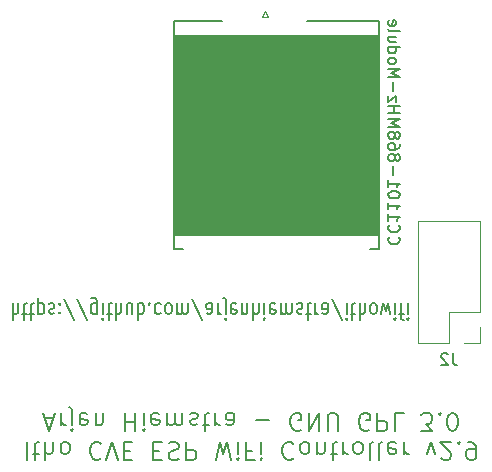
<source format=gbo>
G04 #@! TF.GenerationSoftware,KiCad,Pcbnew,(5.1.9-0-10_14)*
G04 #@! TF.CreationDate,2021-10-19T11:17:07+02:00*
G04 #@! TF.ProjectId,ithowifi_4l,6974686f-7769-4666-995f-346c2e6b6963,rev?*
G04 #@! TF.SameCoordinates,Original*
G04 #@! TF.FileFunction,Legend,Bot*
G04 #@! TF.FilePolarity,Positive*
%FSLAX46Y46*%
G04 Gerber Fmt 4.6, Leading zero omitted, Abs format (unit mm)*
G04 Created by KiCad (PCBNEW (5.1.9-0-10_14)) date 2021-10-19 11:17:07*
%MOMM*%
%LPD*%
G01*
G04 APERTURE LIST*
%ADD10C,0.100000*%
%ADD11C,0.200000*%
%ADD12C,0.150000*%
%ADD13C,0.120000*%
G04 APERTURE END LIST*
D10*
G36*
X114808000Y-129997200D02*
G01*
X97561400Y-129997200D01*
X97536000Y-113030000D01*
X114808000Y-113030000D01*
X114808000Y-129997200D01*
G37*
X114808000Y-129997200D02*
X97561400Y-129997200D01*
X97536000Y-113030000D01*
X114808000Y-113030000D01*
X114808000Y-129997200D01*
D11*
X83859000Y-135764666D02*
X83859000Y-137164666D01*
X84309000Y-135764666D02*
X84309000Y-136498000D01*
X84259000Y-136631333D01*
X84159000Y-136698000D01*
X84009000Y-136698000D01*
X83909000Y-136631333D01*
X83859000Y-136564666D01*
X84659000Y-136698000D02*
X85059000Y-136698000D01*
X84809000Y-137164666D02*
X84809000Y-135964666D01*
X84859000Y-135831333D01*
X84959000Y-135764666D01*
X85059000Y-135764666D01*
X85259000Y-136698000D02*
X85659000Y-136698000D01*
X85409000Y-137164666D02*
X85409000Y-135964666D01*
X85459000Y-135831333D01*
X85559000Y-135764666D01*
X85659000Y-135764666D01*
X86009000Y-136698000D02*
X86009000Y-135298000D01*
X86009000Y-136631333D02*
X86109000Y-136698000D01*
X86309000Y-136698000D01*
X86409000Y-136631333D01*
X86459000Y-136564666D01*
X86509000Y-136431333D01*
X86509000Y-136031333D01*
X86459000Y-135898000D01*
X86409000Y-135831333D01*
X86309000Y-135764666D01*
X86109000Y-135764666D01*
X86009000Y-135831333D01*
X86909000Y-135831333D02*
X87009000Y-135764666D01*
X87209000Y-135764666D01*
X87309000Y-135831333D01*
X87359000Y-135964666D01*
X87359000Y-136031333D01*
X87309000Y-136164666D01*
X87209000Y-136231333D01*
X87059000Y-136231333D01*
X86959000Y-136298000D01*
X86909000Y-136431333D01*
X86909000Y-136498000D01*
X86959000Y-136631333D01*
X87059000Y-136698000D01*
X87209000Y-136698000D01*
X87309000Y-136631333D01*
X87809000Y-135898000D02*
X87859000Y-135831333D01*
X87809000Y-135764666D01*
X87759000Y-135831333D01*
X87809000Y-135898000D01*
X87809000Y-135764666D01*
X87809000Y-136631333D02*
X87859000Y-136564666D01*
X87809000Y-136498000D01*
X87759000Y-136564666D01*
X87809000Y-136631333D01*
X87809000Y-136498000D01*
X89059000Y-137231333D02*
X88159000Y-135431333D01*
X90159000Y-137231333D02*
X89259000Y-135431333D01*
X90959000Y-136698000D02*
X90959000Y-135564666D01*
X90909000Y-135431333D01*
X90859000Y-135364666D01*
X90759000Y-135298000D01*
X90609000Y-135298000D01*
X90509000Y-135364666D01*
X90959000Y-135831333D02*
X90859000Y-135764666D01*
X90659000Y-135764666D01*
X90559000Y-135831333D01*
X90509000Y-135898000D01*
X90459000Y-136031333D01*
X90459000Y-136431333D01*
X90509000Y-136564666D01*
X90559000Y-136631333D01*
X90659000Y-136698000D01*
X90859000Y-136698000D01*
X90959000Y-136631333D01*
X91459000Y-135764666D02*
X91459000Y-136698000D01*
X91459000Y-137164666D02*
X91409000Y-137098000D01*
X91459000Y-137031333D01*
X91509000Y-137098000D01*
X91459000Y-137164666D01*
X91459000Y-137031333D01*
X91809000Y-136698000D02*
X92209000Y-136698000D01*
X91959000Y-137164666D02*
X91959000Y-135964666D01*
X92009000Y-135831333D01*
X92109000Y-135764666D01*
X92209000Y-135764666D01*
X92559000Y-135764666D02*
X92559000Y-137164666D01*
X93009000Y-135764666D02*
X93009000Y-136498000D01*
X92959000Y-136631333D01*
X92859000Y-136698000D01*
X92709000Y-136698000D01*
X92609000Y-136631333D01*
X92559000Y-136564666D01*
X93959000Y-136698000D02*
X93959000Y-135764666D01*
X93509000Y-136698000D02*
X93509000Y-135964666D01*
X93559000Y-135831333D01*
X93659000Y-135764666D01*
X93809000Y-135764666D01*
X93909000Y-135831333D01*
X93959000Y-135898000D01*
X94459000Y-135764666D02*
X94459000Y-137164666D01*
X94459000Y-136631333D02*
X94559000Y-136698000D01*
X94759000Y-136698000D01*
X94859000Y-136631333D01*
X94909000Y-136564666D01*
X94959000Y-136431333D01*
X94959000Y-136031333D01*
X94909000Y-135898000D01*
X94859000Y-135831333D01*
X94759000Y-135764666D01*
X94559000Y-135764666D01*
X94459000Y-135831333D01*
X95409000Y-135898000D02*
X95459000Y-135831333D01*
X95409000Y-135764666D01*
X95359000Y-135831333D01*
X95409000Y-135898000D01*
X95409000Y-135764666D01*
X96359000Y-135831333D02*
X96259000Y-135764666D01*
X96059000Y-135764666D01*
X95959000Y-135831333D01*
X95909000Y-135898000D01*
X95859000Y-136031333D01*
X95859000Y-136431333D01*
X95909000Y-136564666D01*
X95959000Y-136631333D01*
X96059000Y-136698000D01*
X96259000Y-136698000D01*
X96359000Y-136631333D01*
X96959000Y-135764666D02*
X96859000Y-135831333D01*
X96809000Y-135898000D01*
X96759000Y-136031333D01*
X96759000Y-136431333D01*
X96809000Y-136564666D01*
X96859000Y-136631333D01*
X96959000Y-136698000D01*
X97109000Y-136698000D01*
X97209000Y-136631333D01*
X97259000Y-136564666D01*
X97309000Y-136431333D01*
X97309000Y-136031333D01*
X97259000Y-135898000D01*
X97209000Y-135831333D01*
X97109000Y-135764666D01*
X96959000Y-135764666D01*
X97759000Y-135764666D02*
X97759000Y-136698000D01*
X97759000Y-136564666D02*
X97809000Y-136631333D01*
X97909000Y-136698000D01*
X98059000Y-136698000D01*
X98159000Y-136631333D01*
X98209000Y-136498000D01*
X98209000Y-135764666D01*
X98209000Y-136498000D02*
X98259000Y-136631333D01*
X98359000Y-136698000D01*
X98509000Y-136698000D01*
X98609000Y-136631333D01*
X98659000Y-136498000D01*
X98659000Y-135764666D01*
X99909000Y-137231333D02*
X99009000Y-135431333D01*
X100709000Y-135764666D02*
X100709000Y-136498000D01*
X100659000Y-136631333D01*
X100559000Y-136698000D01*
X100359000Y-136698000D01*
X100259000Y-136631333D01*
X100709000Y-135831333D02*
X100609000Y-135764666D01*
X100359000Y-135764666D01*
X100259000Y-135831333D01*
X100209000Y-135964666D01*
X100209000Y-136098000D01*
X100259000Y-136231333D01*
X100359000Y-136298000D01*
X100609000Y-136298000D01*
X100709000Y-136364666D01*
X101209000Y-135764666D02*
X101209000Y-136698000D01*
X101209000Y-136431333D02*
X101259000Y-136564666D01*
X101309000Y-136631333D01*
X101409000Y-136698000D01*
X101509000Y-136698000D01*
X101859000Y-136698000D02*
X101859000Y-135498000D01*
X101809000Y-135364666D01*
X101709000Y-135298000D01*
X101659000Y-135298000D01*
X101859000Y-137164666D02*
X101809000Y-137098000D01*
X101859000Y-137031333D01*
X101909000Y-137098000D01*
X101859000Y-137164666D01*
X101859000Y-137031333D01*
X102759000Y-135831333D02*
X102659000Y-135764666D01*
X102459000Y-135764666D01*
X102359000Y-135831333D01*
X102309000Y-135964666D01*
X102309000Y-136498000D01*
X102359000Y-136631333D01*
X102459000Y-136698000D01*
X102659000Y-136698000D01*
X102759000Y-136631333D01*
X102809000Y-136498000D01*
X102809000Y-136364666D01*
X102309000Y-136231333D01*
X103259000Y-136698000D02*
X103259000Y-135764666D01*
X103259000Y-136564666D02*
X103309000Y-136631333D01*
X103409000Y-136698000D01*
X103559000Y-136698000D01*
X103659000Y-136631333D01*
X103709000Y-136498000D01*
X103709000Y-135764666D01*
X104209000Y-135764666D02*
X104209000Y-137164666D01*
X104659000Y-135764666D02*
X104659000Y-136498000D01*
X104609000Y-136631333D01*
X104509000Y-136698000D01*
X104359000Y-136698000D01*
X104259000Y-136631333D01*
X104209000Y-136564666D01*
X105159000Y-135764666D02*
X105159000Y-136698000D01*
X105159000Y-137164666D02*
X105109000Y-137098000D01*
X105159000Y-137031333D01*
X105209000Y-137098000D01*
X105159000Y-137164666D01*
X105159000Y-137031333D01*
X106059000Y-135831333D02*
X105959000Y-135764666D01*
X105759000Y-135764666D01*
X105659000Y-135831333D01*
X105609000Y-135964666D01*
X105609000Y-136498000D01*
X105659000Y-136631333D01*
X105759000Y-136698000D01*
X105959000Y-136698000D01*
X106059000Y-136631333D01*
X106109000Y-136498000D01*
X106109000Y-136364666D01*
X105609000Y-136231333D01*
X106559000Y-135764666D02*
X106559000Y-136698000D01*
X106559000Y-136564666D02*
X106609000Y-136631333D01*
X106709000Y-136698000D01*
X106859000Y-136698000D01*
X106959000Y-136631333D01*
X107009000Y-136498000D01*
X107009000Y-135764666D01*
X107009000Y-136498000D02*
X107059000Y-136631333D01*
X107159000Y-136698000D01*
X107309000Y-136698000D01*
X107409000Y-136631333D01*
X107459000Y-136498000D01*
X107459000Y-135764666D01*
X107909000Y-135831333D02*
X108009000Y-135764666D01*
X108209000Y-135764666D01*
X108309000Y-135831333D01*
X108359000Y-135964666D01*
X108359000Y-136031333D01*
X108309000Y-136164666D01*
X108209000Y-136231333D01*
X108059000Y-136231333D01*
X107959000Y-136298000D01*
X107909000Y-136431333D01*
X107909000Y-136498000D01*
X107959000Y-136631333D01*
X108059000Y-136698000D01*
X108209000Y-136698000D01*
X108309000Y-136631333D01*
X108659000Y-136698000D02*
X109059000Y-136698000D01*
X108809000Y-137164666D02*
X108809000Y-135964666D01*
X108859000Y-135831333D01*
X108959000Y-135764666D01*
X109059000Y-135764666D01*
X109409000Y-135764666D02*
X109409000Y-136698000D01*
X109409000Y-136431333D02*
X109459000Y-136564666D01*
X109509000Y-136631333D01*
X109609000Y-136698000D01*
X109709000Y-136698000D01*
X110509000Y-135764666D02*
X110509000Y-136498000D01*
X110459000Y-136631333D01*
X110359000Y-136698000D01*
X110159000Y-136698000D01*
X110059000Y-136631333D01*
X110509000Y-135831333D02*
X110409000Y-135764666D01*
X110159000Y-135764666D01*
X110059000Y-135831333D01*
X110009000Y-135964666D01*
X110009000Y-136098000D01*
X110059000Y-136231333D01*
X110159000Y-136298000D01*
X110409000Y-136298000D01*
X110509000Y-136364666D01*
X111759000Y-137231333D02*
X110859000Y-135431333D01*
X112109000Y-135764666D02*
X112109000Y-136698000D01*
X112109000Y-137164666D02*
X112059000Y-137098000D01*
X112109000Y-137031333D01*
X112159000Y-137098000D01*
X112109000Y-137164666D01*
X112109000Y-137031333D01*
X112459000Y-136698000D02*
X112859000Y-136698000D01*
X112609000Y-137164666D02*
X112609000Y-135964666D01*
X112659000Y-135831333D01*
X112759000Y-135764666D01*
X112859000Y-135764666D01*
X113209000Y-135764666D02*
X113209000Y-137164666D01*
X113659000Y-135764666D02*
X113659000Y-136498000D01*
X113609000Y-136631333D01*
X113509000Y-136698000D01*
X113359000Y-136698000D01*
X113259000Y-136631333D01*
X113209000Y-136564666D01*
X114309000Y-135764666D02*
X114209000Y-135831333D01*
X114159000Y-135898000D01*
X114109000Y-136031333D01*
X114109000Y-136431333D01*
X114159000Y-136564666D01*
X114209000Y-136631333D01*
X114309000Y-136698000D01*
X114459000Y-136698000D01*
X114559000Y-136631333D01*
X114609000Y-136564666D01*
X114659000Y-136431333D01*
X114659000Y-136031333D01*
X114609000Y-135898000D01*
X114559000Y-135831333D01*
X114459000Y-135764666D01*
X114309000Y-135764666D01*
X115009000Y-136698000D02*
X115209000Y-135764666D01*
X115409000Y-136431333D01*
X115609000Y-135764666D01*
X115809000Y-136698000D01*
X116209000Y-135764666D02*
X116209000Y-136698000D01*
X116209000Y-137164666D02*
X116159000Y-137098000D01*
X116209000Y-137031333D01*
X116259000Y-137098000D01*
X116209000Y-137164666D01*
X116209000Y-137031333D01*
X116559000Y-136698000D02*
X116959000Y-136698000D01*
X116709000Y-135764666D02*
X116709000Y-136964666D01*
X116759000Y-137098000D01*
X116859000Y-137164666D01*
X116959000Y-137164666D01*
X117309000Y-135764666D02*
X117309000Y-136698000D01*
X117309000Y-137164666D02*
X117259000Y-137098000D01*
X117309000Y-137031333D01*
X117359000Y-137098000D01*
X117309000Y-137164666D01*
X117309000Y-137031333D01*
X85038400Y-147510828D02*
X85038400Y-149010828D01*
X85538400Y-148510828D02*
X86109828Y-148510828D01*
X85752685Y-149010828D02*
X85752685Y-147725114D01*
X85824114Y-147582257D01*
X85966971Y-147510828D01*
X86109828Y-147510828D01*
X86609828Y-147510828D02*
X86609828Y-149010828D01*
X87252685Y-147510828D02*
X87252685Y-148296542D01*
X87181257Y-148439400D01*
X87038400Y-148510828D01*
X86824114Y-148510828D01*
X86681257Y-148439400D01*
X86609828Y-148367971D01*
X88181257Y-147510828D02*
X88038400Y-147582257D01*
X87966971Y-147653685D01*
X87895542Y-147796542D01*
X87895542Y-148225114D01*
X87966971Y-148367971D01*
X88038400Y-148439400D01*
X88181257Y-148510828D01*
X88395542Y-148510828D01*
X88538400Y-148439400D01*
X88609828Y-148367971D01*
X88681257Y-148225114D01*
X88681257Y-147796542D01*
X88609828Y-147653685D01*
X88538400Y-147582257D01*
X88395542Y-147510828D01*
X88181257Y-147510828D01*
X91324114Y-147653685D02*
X91252685Y-147582257D01*
X91038400Y-147510828D01*
X90895542Y-147510828D01*
X90681257Y-147582257D01*
X90538400Y-147725114D01*
X90466971Y-147867971D01*
X90395542Y-148153685D01*
X90395542Y-148367971D01*
X90466971Y-148653685D01*
X90538400Y-148796542D01*
X90681257Y-148939400D01*
X90895542Y-149010828D01*
X91038400Y-149010828D01*
X91252685Y-148939400D01*
X91324114Y-148867971D01*
X91752685Y-149010828D02*
X92252685Y-147510828D01*
X92752685Y-149010828D01*
X93252685Y-148296542D02*
X93752685Y-148296542D01*
X93966971Y-147510828D02*
X93252685Y-147510828D01*
X93252685Y-149010828D01*
X93966971Y-149010828D01*
X95752685Y-148296542D02*
X96252685Y-148296542D01*
X96466971Y-147510828D02*
X95752685Y-147510828D01*
X95752685Y-149010828D01*
X96466971Y-149010828D01*
X97038400Y-147582257D02*
X97252685Y-147510828D01*
X97609828Y-147510828D01*
X97752685Y-147582257D01*
X97824114Y-147653685D01*
X97895542Y-147796542D01*
X97895542Y-147939400D01*
X97824114Y-148082257D01*
X97752685Y-148153685D01*
X97609828Y-148225114D01*
X97324114Y-148296542D01*
X97181257Y-148367971D01*
X97109828Y-148439400D01*
X97038400Y-148582257D01*
X97038400Y-148725114D01*
X97109828Y-148867971D01*
X97181257Y-148939400D01*
X97324114Y-149010828D01*
X97681257Y-149010828D01*
X97895542Y-148939400D01*
X98538400Y-147510828D02*
X98538400Y-149010828D01*
X99109828Y-149010828D01*
X99252685Y-148939400D01*
X99324114Y-148867971D01*
X99395542Y-148725114D01*
X99395542Y-148510828D01*
X99324114Y-148367971D01*
X99252685Y-148296542D01*
X99109828Y-148225114D01*
X98538400Y-148225114D01*
X101038400Y-149010828D02*
X101395542Y-147510828D01*
X101681257Y-148582257D01*
X101966971Y-147510828D01*
X102324114Y-149010828D01*
X102895542Y-147510828D02*
X102895542Y-148510828D01*
X102895542Y-149010828D02*
X102824114Y-148939400D01*
X102895542Y-148867971D01*
X102966971Y-148939400D01*
X102895542Y-149010828D01*
X102895542Y-148867971D01*
X104109828Y-148296542D02*
X103609828Y-148296542D01*
X103609828Y-147510828D02*
X103609828Y-149010828D01*
X104324114Y-149010828D01*
X104895542Y-147510828D02*
X104895542Y-148510828D01*
X104895542Y-149010828D02*
X104824114Y-148939400D01*
X104895542Y-148867971D01*
X104966971Y-148939400D01*
X104895542Y-149010828D01*
X104895542Y-148867971D01*
X107609828Y-147653685D02*
X107538400Y-147582257D01*
X107324114Y-147510828D01*
X107181257Y-147510828D01*
X106966971Y-147582257D01*
X106824114Y-147725114D01*
X106752685Y-147867971D01*
X106681257Y-148153685D01*
X106681257Y-148367971D01*
X106752685Y-148653685D01*
X106824114Y-148796542D01*
X106966971Y-148939400D01*
X107181257Y-149010828D01*
X107324114Y-149010828D01*
X107538400Y-148939400D01*
X107609828Y-148867971D01*
X108466971Y-147510828D02*
X108324114Y-147582257D01*
X108252685Y-147653685D01*
X108181257Y-147796542D01*
X108181257Y-148225114D01*
X108252685Y-148367971D01*
X108324114Y-148439400D01*
X108466971Y-148510828D01*
X108681257Y-148510828D01*
X108824114Y-148439400D01*
X108895542Y-148367971D01*
X108966971Y-148225114D01*
X108966971Y-147796542D01*
X108895542Y-147653685D01*
X108824114Y-147582257D01*
X108681257Y-147510828D01*
X108466971Y-147510828D01*
X109609828Y-148510828D02*
X109609828Y-147510828D01*
X109609828Y-148367971D02*
X109681257Y-148439400D01*
X109824114Y-148510828D01*
X110038400Y-148510828D01*
X110181257Y-148439400D01*
X110252685Y-148296542D01*
X110252685Y-147510828D01*
X110752685Y-148510828D02*
X111324114Y-148510828D01*
X110966971Y-149010828D02*
X110966971Y-147725114D01*
X111038400Y-147582257D01*
X111181257Y-147510828D01*
X111324114Y-147510828D01*
X111824114Y-147510828D02*
X111824114Y-148510828D01*
X111824114Y-148225114D02*
X111895542Y-148367971D01*
X111966971Y-148439400D01*
X112109828Y-148510828D01*
X112252685Y-148510828D01*
X112966971Y-147510828D02*
X112824114Y-147582257D01*
X112752685Y-147653685D01*
X112681257Y-147796542D01*
X112681257Y-148225114D01*
X112752685Y-148367971D01*
X112824114Y-148439400D01*
X112966971Y-148510828D01*
X113181257Y-148510828D01*
X113324114Y-148439400D01*
X113395542Y-148367971D01*
X113466971Y-148225114D01*
X113466971Y-147796542D01*
X113395542Y-147653685D01*
X113324114Y-147582257D01*
X113181257Y-147510828D01*
X112966971Y-147510828D01*
X114324114Y-147510828D02*
X114181257Y-147582257D01*
X114109828Y-147725114D01*
X114109828Y-149010828D01*
X115109828Y-147510828D02*
X114966971Y-147582257D01*
X114895542Y-147725114D01*
X114895542Y-149010828D01*
X116252685Y-147582257D02*
X116109828Y-147510828D01*
X115824114Y-147510828D01*
X115681257Y-147582257D01*
X115609828Y-147725114D01*
X115609828Y-148296542D01*
X115681257Y-148439400D01*
X115824114Y-148510828D01*
X116109828Y-148510828D01*
X116252685Y-148439400D01*
X116324114Y-148296542D01*
X116324114Y-148153685D01*
X115609828Y-148010828D01*
X116966971Y-147510828D02*
X116966971Y-148510828D01*
X116966971Y-148225114D02*
X117038400Y-148367971D01*
X117109828Y-148439400D01*
X117252685Y-148510828D01*
X117395542Y-148510828D01*
X118895542Y-148510828D02*
X119252685Y-147510828D01*
X119609828Y-148510828D01*
X120109828Y-148867971D02*
X120181257Y-148939400D01*
X120324114Y-149010828D01*
X120681257Y-149010828D01*
X120824114Y-148939400D01*
X120895542Y-148867971D01*
X120966971Y-148725114D01*
X120966971Y-148582257D01*
X120895542Y-148367971D01*
X120038400Y-147510828D01*
X120966971Y-147510828D01*
X121609828Y-147653685D02*
X121681257Y-147582257D01*
X121609828Y-147510828D01*
X121538400Y-147582257D01*
X121609828Y-147653685D01*
X121609828Y-147510828D01*
X122395542Y-147510828D02*
X122681257Y-147510828D01*
X122824114Y-147582257D01*
X122895542Y-147653685D01*
X123038400Y-147867971D01*
X123109828Y-148153685D01*
X123109828Y-148725114D01*
X123038400Y-148867971D01*
X122966971Y-148939400D01*
X122824114Y-149010828D01*
X122538400Y-149010828D01*
X122395542Y-148939400D01*
X122324114Y-148867971D01*
X122252685Y-148725114D01*
X122252685Y-148367971D01*
X122324114Y-148225114D01*
X122395542Y-148153685D01*
X122538400Y-148082257D01*
X122824114Y-148082257D01*
X122966971Y-148153685D01*
X123038400Y-148225114D01*
X123109828Y-148367971D01*
X86574114Y-145489400D02*
X87288400Y-145489400D01*
X86431257Y-145060828D02*
X86931257Y-146560828D01*
X87431257Y-145060828D01*
X87931257Y-145060828D02*
X87931257Y-146060828D01*
X87931257Y-145775114D02*
X88002685Y-145917971D01*
X88074114Y-145989400D01*
X88216971Y-146060828D01*
X88359828Y-146060828D01*
X88859828Y-146060828D02*
X88859828Y-144775114D01*
X88788400Y-144632257D01*
X88645542Y-144560828D01*
X88574114Y-144560828D01*
X88859828Y-146560828D02*
X88788400Y-146489400D01*
X88859828Y-146417971D01*
X88931257Y-146489400D01*
X88859828Y-146560828D01*
X88859828Y-146417971D01*
X90145542Y-145132257D02*
X90002685Y-145060828D01*
X89716971Y-145060828D01*
X89574114Y-145132257D01*
X89502685Y-145275114D01*
X89502685Y-145846542D01*
X89574114Y-145989400D01*
X89716971Y-146060828D01*
X90002685Y-146060828D01*
X90145542Y-145989400D01*
X90216971Y-145846542D01*
X90216971Y-145703685D01*
X89502685Y-145560828D01*
X90859828Y-146060828D02*
X90859828Y-145060828D01*
X90859828Y-145917971D02*
X90931257Y-145989400D01*
X91074114Y-146060828D01*
X91288400Y-146060828D01*
X91431257Y-145989400D01*
X91502685Y-145846542D01*
X91502685Y-145060828D01*
X93359828Y-145060828D02*
X93359828Y-146560828D01*
X93359828Y-145846542D02*
X94216971Y-145846542D01*
X94216971Y-145060828D02*
X94216971Y-146560828D01*
X94931257Y-145060828D02*
X94931257Y-146060828D01*
X94931257Y-146560828D02*
X94859828Y-146489400D01*
X94931257Y-146417971D01*
X95002685Y-146489400D01*
X94931257Y-146560828D01*
X94931257Y-146417971D01*
X96216971Y-145132257D02*
X96074114Y-145060828D01*
X95788400Y-145060828D01*
X95645542Y-145132257D01*
X95574114Y-145275114D01*
X95574114Y-145846542D01*
X95645542Y-145989400D01*
X95788400Y-146060828D01*
X96074114Y-146060828D01*
X96216971Y-145989400D01*
X96288400Y-145846542D01*
X96288400Y-145703685D01*
X95574114Y-145560828D01*
X96931257Y-145060828D02*
X96931257Y-146060828D01*
X96931257Y-145917971D02*
X97002685Y-145989400D01*
X97145542Y-146060828D01*
X97359828Y-146060828D01*
X97502685Y-145989400D01*
X97574114Y-145846542D01*
X97574114Y-145060828D01*
X97574114Y-145846542D02*
X97645542Y-145989400D01*
X97788400Y-146060828D01*
X98002685Y-146060828D01*
X98145542Y-145989400D01*
X98216971Y-145846542D01*
X98216971Y-145060828D01*
X98859828Y-145132257D02*
X99002685Y-145060828D01*
X99288400Y-145060828D01*
X99431257Y-145132257D01*
X99502685Y-145275114D01*
X99502685Y-145346542D01*
X99431257Y-145489400D01*
X99288400Y-145560828D01*
X99074114Y-145560828D01*
X98931257Y-145632257D01*
X98859828Y-145775114D01*
X98859828Y-145846542D01*
X98931257Y-145989400D01*
X99074114Y-146060828D01*
X99288400Y-146060828D01*
X99431257Y-145989400D01*
X99931257Y-146060828D02*
X100502685Y-146060828D01*
X100145542Y-146560828D02*
X100145542Y-145275114D01*
X100216971Y-145132257D01*
X100359828Y-145060828D01*
X100502685Y-145060828D01*
X101002685Y-145060828D02*
X101002685Y-146060828D01*
X101002685Y-145775114D02*
X101074114Y-145917971D01*
X101145542Y-145989400D01*
X101288400Y-146060828D01*
X101431257Y-146060828D01*
X102574114Y-145060828D02*
X102574114Y-145846542D01*
X102502685Y-145989400D01*
X102359828Y-146060828D01*
X102074114Y-146060828D01*
X101931257Y-145989400D01*
X102574114Y-145132257D02*
X102431257Y-145060828D01*
X102074114Y-145060828D01*
X101931257Y-145132257D01*
X101859828Y-145275114D01*
X101859828Y-145417971D01*
X101931257Y-145560828D01*
X102074114Y-145632257D01*
X102431257Y-145632257D01*
X102574114Y-145703685D01*
X104431257Y-145632257D02*
X105574114Y-145632257D01*
X108216971Y-146489400D02*
X108074114Y-146560828D01*
X107859828Y-146560828D01*
X107645542Y-146489400D01*
X107502685Y-146346542D01*
X107431257Y-146203685D01*
X107359828Y-145917971D01*
X107359828Y-145703685D01*
X107431257Y-145417971D01*
X107502685Y-145275114D01*
X107645542Y-145132257D01*
X107859828Y-145060828D01*
X108002685Y-145060828D01*
X108216971Y-145132257D01*
X108288400Y-145203685D01*
X108288400Y-145703685D01*
X108002685Y-145703685D01*
X108931257Y-145060828D02*
X108931257Y-146560828D01*
X109788400Y-145060828D01*
X109788400Y-146560828D01*
X110502685Y-146560828D02*
X110502685Y-145346542D01*
X110574114Y-145203685D01*
X110645542Y-145132257D01*
X110788400Y-145060828D01*
X111074114Y-145060828D01*
X111216971Y-145132257D01*
X111288400Y-145203685D01*
X111359828Y-145346542D01*
X111359828Y-146560828D01*
X114002685Y-146489400D02*
X113859828Y-146560828D01*
X113645542Y-146560828D01*
X113431257Y-146489400D01*
X113288400Y-146346542D01*
X113216971Y-146203685D01*
X113145542Y-145917971D01*
X113145542Y-145703685D01*
X113216971Y-145417971D01*
X113288400Y-145275114D01*
X113431257Y-145132257D01*
X113645542Y-145060828D01*
X113788400Y-145060828D01*
X114002685Y-145132257D01*
X114074114Y-145203685D01*
X114074114Y-145703685D01*
X113788400Y-145703685D01*
X114716971Y-145060828D02*
X114716971Y-146560828D01*
X115288400Y-146560828D01*
X115431257Y-146489400D01*
X115502685Y-146417971D01*
X115574114Y-146275114D01*
X115574114Y-146060828D01*
X115502685Y-145917971D01*
X115431257Y-145846542D01*
X115288400Y-145775114D01*
X114716971Y-145775114D01*
X116931257Y-145060828D02*
X116216971Y-145060828D01*
X116216971Y-146560828D01*
X118431257Y-146560828D02*
X119359828Y-146560828D01*
X118859828Y-145989400D01*
X119074114Y-145989400D01*
X119216971Y-145917971D01*
X119288400Y-145846542D01*
X119359828Y-145703685D01*
X119359828Y-145346542D01*
X119288400Y-145203685D01*
X119216971Y-145132257D01*
X119074114Y-145060828D01*
X118645542Y-145060828D01*
X118502685Y-145132257D01*
X118431257Y-145203685D01*
X120002685Y-145203685D02*
X120074114Y-145132257D01*
X120002685Y-145060828D01*
X119931257Y-145132257D01*
X120002685Y-145203685D01*
X120002685Y-145060828D01*
X121002685Y-146560828D02*
X121145542Y-146560828D01*
X121288400Y-146489400D01*
X121359828Y-146417971D01*
X121431257Y-146275114D01*
X121502685Y-145989400D01*
X121502685Y-145632257D01*
X121431257Y-145346542D01*
X121359828Y-145203685D01*
X121288400Y-145132257D01*
X121145542Y-145060828D01*
X121002685Y-145060828D01*
X120859828Y-145132257D01*
X120788400Y-145203685D01*
X120716971Y-145346542D01*
X120645542Y-145632257D01*
X120645542Y-145989400D01*
X120716971Y-146275114D01*
X120788400Y-146417971D01*
X120859828Y-146489400D01*
X121002685Y-146560828D01*
D12*
X114072000Y-131189000D02*
X114822000Y-131189000D01*
X97522000Y-131189000D02*
X98272000Y-131189000D01*
X97522000Y-111889000D02*
X97522000Y-131189000D01*
X101547000Y-111889000D02*
X97522000Y-111889000D01*
X114822000Y-111889000D02*
X108797000Y-111889000D01*
X114822000Y-131189000D02*
X114822000Y-111889000D01*
D13*
X105181400Y-111058400D02*
X105431400Y-111558400D01*
X105431400Y-111558400D02*
X104931400Y-111558400D01*
X104931400Y-111558400D02*
X105181400Y-111058400D01*
X122047000Y-139125000D02*
X123377000Y-139125000D01*
X123377000Y-139125000D02*
X123377000Y-137795000D01*
X120777000Y-139125000D02*
X120777000Y-136525000D01*
X120777000Y-136525000D02*
X123377000Y-136525000D01*
X123377000Y-136525000D02*
X123377000Y-128845000D01*
X118177000Y-128845000D02*
X123377000Y-128845000D01*
X118177000Y-139125000D02*
X118177000Y-128845000D01*
X118177000Y-139125000D02*
X120777000Y-139125000D01*
D12*
X115720857Y-130165952D02*
X115673238Y-130213571D01*
X115625619Y-130356428D01*
X115625619Y-130451666D01*
X115673238Y-130594523D01*
X115768476Y-130689761D01*
X115863714Y-130737380D01*
X116054190Y-130785000D01*
X116197047Y-130785000D01*
X116387523Y-130737380D01*
X116482761Y-130689761D01*
X116578000Y-130594523D01*
X116625619Y-130451666D01*
X116625619Y-130356428D01*
X116578000Y-130213571D01*
X116530380Y-130165952D01*
X115720857Y-129165952D02*
X115673238Y-129213571D01*
X115625619Y-129356428D01*
X115625619Y-129451666D01*
X115673238Y-129594523D01*
X115768476Y-129689761D01*
X115863714Y-129737380D01*
X116054190Y-129785000D01*
X116197047Y-129785000D01*
X116387523Y-129737380D01*
X116482761Y-129689761D01*
X116578000Y-129594523D01*
X116625619Y-129451666D01*
X116625619Y-129356428D01*
X116578000Y-129213571D01*
X116530380Y-129165952D01*
X115625619Y-128213571D02*
X115625619Y-128785000D01*
X115625619Y-128499285D02*
X116625619Y-128499285D01*
X116482761Y-128594523D01*
X116387523Y-128689761D01*
X116339904Y-128785000D01*
X115625619Y-127261190D02*
X115625619Y-127832619D01*
X115625619Y-127546904D02*
X116625619Y-127546904D01*
X116482761Y-127642142D01*
X116387523Y-127737380D01*
X116339904Y-127832619D01*
X116625619Y-126642142D02*
X116625619Y-126546904D01*
X116578000Y-126451666D01*
X116530380Y-126404047D01*
X116435142Y-126356428D01*
X116244666Y-126308809D01*
X116006571Y-126308809D01*
X115816095Y-126356428D01*
X115720857Y-126404047D01*
X115673238Y-126451666D01*
X115625619Y-126546904D01*
X115625619Y-126642142D01*
X115673238Y-126737380D01*
X115720857Y-126785000D01*
X115816095Y-126832619D01*
X116006571Y-126880238D01*
X116244666Y-126880238D01*
X116435142Y-126832619D01*
X116530380Y-126785000D01*
X116578000Y-126737380D01*
X116625619Y-126642142D01*
X115625619Y-125356428D02*
X115625619Y-125927857D01*
X115625619Y-125642142D02*
X116625619Y-125642142D01*
X116482761Y-125737380D01*
X116387523Y-125832619D01*
X116339904Y-125927857D01*
X116006571Y-124927857D02*
X116006571Y-124165952D01*
X116197047Y-123546904D02*
X116244666Y-123642142D01*
X116292285Y-123689761D01*
X116387523Y-123737380D01*
X116435142Y-123737380D01*
X116530380Y-123689761D01*
X116578000Y-123642142D01*
X116625619Y-123546904D01*
X116625619Y-123356428D01*
X116578000Y-123261190D01*
X116530380Y-123213571D01*
X116435142Y-123165952D01*
X116387523Y-123165952D01*
X116292285Y-123213571D01*
X116244666Y-123261190D01*
X116197047Y-123356428D01*
X116197047Y-123546904D01*
X116149428Y-123642142D01*
X116101809Y-123689761D01*
X116006571Y-123737380D01*
X115816095Y-123737380D01*
X115720857Y-123689761D01*
X115673238Y-123642142D01*
X115625619Y-123546904D01*
X115625619Y-123356428D01*
X115673238Y-123261190D01*
X115720857Y-123213571D01*
X115816095Y-123165952D01*
X116006571Y-123165952D01*
X116101809Y-123213571D01*
X116149428Y-123261190D01*
X116197047Y-123356428D01*
X116625619Y-122308809D02*
X116625619Y-122499285D01*
X116578000Y-122594523D01*
X116530380Y-122642142D01*
X116387523Y-122737380D01*
X116197047Y-122785000D01*
X115816095Y-122785000D01*
X115720857Y-122737380D01*
X115673238Y-122689761D01*
X115625619Y-122594523D01*
X115625619Y-122404047D01*
X115673238Y-122308809D01*
X115720857Y-122261190D01*
X115816095Y-122213571D01*
X116054190Y-122213571D01*
X116149428Y-122261190D01*
X116197047Y-122308809D01*
X116244666Y-122404047D01*
X116244666Y-122594523D01*
X116197047Y-122689761D01*
X116149428Y-122737380D01*
X116054190Y-122785000D01*
X116197047Y-121642142D02*
X116244666Y-121737380D01*
X116292285Y-121785000D01*
X116387523Y-121832619D01*
X116435142Y-121832619D01*
X116530380Y-121785000D01*
X116578000Y-121737380D01*
X116625619Y-121642142D01*
X116625619Y-121451666D01*
X116578000Y-121356428D01*
X116530380Y-121308809D01*
X116435142Y-121261190D01*
X116387523Y-121261190D01*
X116292285Y-121308809D01*
X116244666Y-121356428D01*
X116197047Y-121451666D01*
X116197047Y-121642142D01*
X116149428Y-121737380D01*
X116101809Y-121785000D01*
X116006571Y-121832619D01*
X115816095Y-121832619D01*
X115720857Y-121785000D01*
X115673238Y-121737380D01*
X115625619Y-121642142D01*
X115625619Y-121451666D01*
X115673238Y-121356428D01*
X115720857Y-121308809D01*
X115816095Y-121261190D01*
X116006571Y-121261190D01*
X116101809Y-121308809D01*
X116149428Y-121356428D01*
X116197047Y-121451666D01*
X115625619Y-120832619D02*
X116625619Y-120832619D01*
X115911333Y-120499285D01*
X116625619Y-120165952D01*
X115625619Y-120165952D01*
X115625619Y-119689761D02*
X116625619Y-119689761D01*
X116149428Y-119689761D02*
X116149428Y-119118333D01*
X115625619Y-119118333D02*
X116625619Y-119118333D01*
X116292285Y-118737380D02*
X116292285Y-118213571D01*
X115625619Y-118737380D01*
X115625619Y-118213571D01*
X116006571Y-117832619D02*
X116006571Y-117070714D01*
X115625619Y-116594523D02*
X116625619Y-116594523D01*
X115911333Y-116261190D01*
X116625619Y-115927857D01*
X115625619Y-115927857D01*
X115625619Y-115308809D02*
X115673238Y-115404047D01*
X115720857Y-115451666D01*
X115816095Y-115499285D01*
X116101809Y-115499285D01*
X116197047Y-115451666D01*
X116244666Y-115404047D01*
X116292285Y-115308809D01*
X116292285Y-115165952D01*
X116244666Y-115070714D01*
X116197047Y-115023095D01*
X116101809Y-114975476D01*
X115816095Y-114975476D01*
X115720857Y-115023095D01*
X115673238Y-115070714D01*
X115625619Y-115165952D01*
X115625619Y-115308809D01*
X115625619Y-114118333D02*
X116625619Y-114118333D01*
X115673238Y-114118333D02*
X115625619Y-114213571D01*
X115625619Y-114404047D01*
X115673238Y-114499285D01*
X115720857Y-114546904D01*
X115816095Y-114594523D01*
X116101809Y-114594523D01*
X116197047Y-114546904D01*
X116244666Y-114499285D01*
X116292285Y-114404047D01*
X116292285Y-114213571D01*
X116244666Y-114118333D01*
X116292285Y-113213571D02*
X115625619Y-113213571D01*
X116292285Y-113642142D02*
X115768476Y-113642142D01*
X115673238Y-113594523D01*
X115625619Y-113499285D01*
X115625619Y-113356428D01*
X115673238Y-113261190D01*
X115720857Y-113213571D01*
X115625619Y-112594523D02*
X115673238Y-112689761D01*
X115768476Y-112737380D01*
X116625619Y-112737380D01*
X115673238Y-111832619D02*
X115625619Y-111927857D01*
X115625619Y-112118333D01*
X115673238Y-112213571D01*
X115768476Y-112261190D01*
X116149428Y-112261190D01*
X116244666Y-112213571D01*
X116292285Y-112118333D01*
X116292285Y-111927857D01*
X116244666Y-111832619D01*
X116149428Y-111785000D01*
X116054190Y-111785000D01*
X115958952Y-112261190D01*
X121110333Y-140017380D02*
X121110333Y-140731666D01*
X121157952Y-140874523D01*
X121253190Y-140969761D01*
X121396047Y-141017380D01*
X121491285Y-141017380D01*
X120681761Y-140112619D02*
X120634142Y-140065000D01*
X120538904Y-140017380D01*
X120300809Y-140017380D01*
X120205571Y-140065000D01*
X120157952Y-140112619D01*
X120110333Y-140207857D01*
X120110333Y-140303095D01*
X120157952Y-140445952D01*
X120729380Y-141017380D01*
X120110333Y-141017380D01*
M02*

</source>
